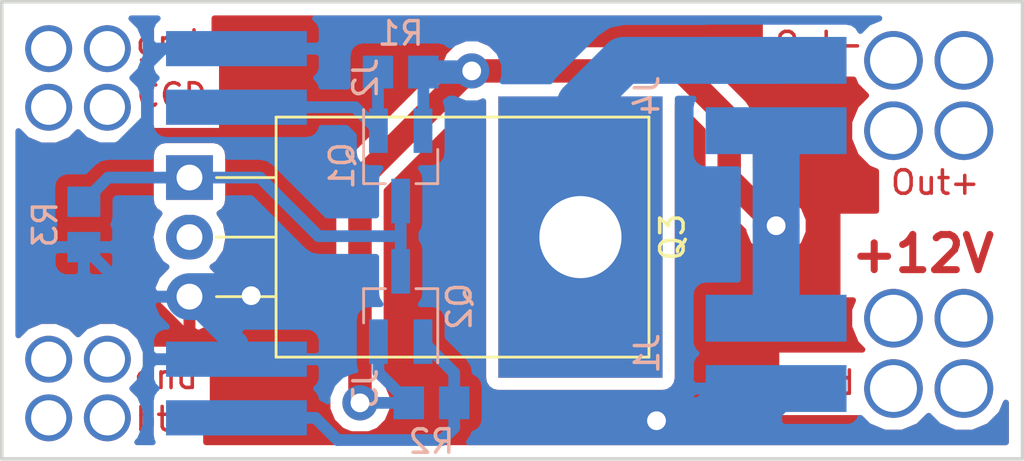
<source format=kicad_pcb>
(kicad_pcb (version 4) (host pcbnew 4.0.7)

  (general
    (links 18)
    (no_connects 1)
    (area 136.424999 108.924999 180.075001 128.936)
    (thickness 1.6)
    (drawings 12)
    (tracks 70)
    (zones 0)
    (modules 10)
    (nets 7)
  )

  (page A4)
  (layers
    (0 F.Cu signal)
    (31 B.Cu signal)
    (32 B.Adhes user)
    (33 F.Adhes user)
    (34 B.Paste user)
    (35 F.Paste user)
    (36 B.SilkS user)
    (37 F.SilkS user)
    (38 B.Mask user)
    (39 F.Mask user)
    (40 Dwgs.User user)
    (41 Cmts.User user)
    (42 Eco1.User user)
    (43 Eco2.User user)
    (44 Edge.Cuts user)
    (45 Margin user)
    (46 B.CrtYd user)
    (47 F.CrtYd user)
    (48 B.Fab user)
    (49 F.Fab user)
  )

  (setup
    (last_trace_width 2)
    (user_trace_width 0.5)
    (user_trace_width 1)
    (user_trace_width 2)
    (trace_clearance 0.3)
    (zone_clearance 0.508)
    (zone_45_only no)
    (trace_min 0.2)
    (segment_width 0.2)
    (edge_width 0.15)
    (via_size 1.5)
    (via_drill 0.8)
    (via_min_size 0.4)
    (via_min_drill 0.3)
    (user_via 1.5 0.8)
    (uvia_size 0.3)
    (uvia_drill 0.1)
    (uvias_allowed no)
    (uvia_min_size 0.2)
    (uvia_min_drill 0.1)
    (pcb_text_width 0.3)
    (pcb_text_size 1.5 1.5)
    (mod_edge_width 0.15)
    (mod_text_size 1 1)
    (mod_text_width 0.15)
    (pad_size 1.524 1.524)
    (pad_drill 0.762)
    (pad_to_mask_clearance 0.2)
    (aux_axis_origin 0 0)
    (visible_elements FFFFFF7F)
    (pcbplotparams
      (layerselection 0x00000_00000001)
      (usegerberextensions false)
      (excludeedgelayer false)
      (linewidth 0.100000)
      (plotframeref false)
      (viasonmask false)
      (mode 1)
      (useauxorigin false)
      (hpglpennumber 1)
      (hpglpenspeed 20)
      (hpglpendiameter 15)
      (hpglpenoverlay 2)
      (psnegative true)
      (psa4output false)
      (plotreference false)
      (plotvalue false)
      (plotinvisibletext false)
      (padsonsilk false)
      (subtractmaskfromsilk false)
      (outputformat 5)
      (mirror true)
      (drillshape 2)
      (scaleselection 1)
      (outputdirectory ""))
  )

  (net 0 "")
  (net 1 +12V)
  (net 2 GND)
  (net 3 "Net-(J2-Pad2)")
  (net 4 "Net-(J3-Pad2)")
  (net 5 "Net-(J4-Pad2)")
  (net 6 "Net-(Q1-Pad3)")

  (net_class Default "This is the default net class."
    (clearance 0.3)
    (trace_width 0.5)
    (via_dia 1.5)
    (via_drill 0.8)
    (uvia_dia 0.3)
    (uvia_drill 0.1)
    (add_net +12V)
    (add_net GND)
    (add_net "Net-(J2-Pad2)")
    (add_net "Net-(J3-Pad2)")
    (add_net "Net-(J4-Pad2)")
    (add_net "Net-(Q1-Pad3)")
  )

  (module modules:2PIN_Pwr (layer B.Cu) (tedit 5BEC2FBA) (tstamp 5C046E5B)
    (at 169.5 124 90)
    (path /5BEC3597)
    (fp_text reference J1 (at 0 -5.5 90) (layer B.SilkS)
      (effects (font (size 1 1) (thickness 0.15)) (justify mirror))
    )
    (fp_text value Power (at 0 -4 90) (layer B.Fab)
      (effects (font (size 1 1) (thickness 0.15)) (justify mirror))
    )
    (pad "" np_thru_hole circle (at 1.5 5 90) (size 2.5 2.5) (drill 2) (layers *.Cu *.Mask))
    (pad "" np_thru_hole circle (at 1.5 8 90) (size 2.5 2.5) (drill 2) (layers *.Cu *.Mask))
    (pad "" np_thru_hole circle (at -1.5 5 90) (size 2.5 2.5) (drill 2) (layers *.Cu *.Mask))
    (pad 2 connect rect (at 1.5 0 90) (size 2 6) (layers B.Cu B.Mask)
      (net 1 +12V))
    (pad "" np_thru_hole circle (at -1.5 8 90) (size 2.5 2.5) (drill 2) (layers *.Cu *.Mask))
    (pad 1 connect rect (at -1.5 0 90) (size 2 6) (layers B.Cu B.Mask)
      (net 2 GND))
  )

  (module modules:2PIN (layer B.Cu) (tedit 5BEBD7B9) (tstamp 5C046E65)
    (at 146.5 112.25 270)
    (path /5BEC34D5)
    (fp_text reference J2 (at 0 -5.5 270) (layer B.SilkS)
      (effects (font (size 1 1) (thickness 0.15)) (justify mirror))
    )
    (fp_text value CCD (at 0 -4 270) (layer B.Fab)
      (effects (font (size 1 1) (thickness 0.15)) (justify mirror))
    )
    (pad "" np_thru_hole circle (at 1.25 8 270) (size 2 2) (drill 1.5) (layers *.Cu *.Mask))
    (pad "" np_thru_hole circle (at 1.25 5.5 270) (size 2 2) (drill 1.5) (layers *.Cu *.Mask))
    (pad "" np_thru_hole circle (at -1.25 5.5 270) (size 2 2) (drill 1.5) (layers *.Cu *.Mask))
    (pad "" np_thru_hole circle (at -1.25 8 270) (size 2 2) (drill 1.5) (layers *.Cu *.Mask))
    (pad 2 connect rect (at 1.25 0 270) (size 1.5 6) (layers B.Cu B.Mask)
      (net 3 "Net-(J2-Pad2)"))
    (pad 1 connect rect (at -1.25 0 270) (size 1.5 6) (layers B.Cu B.Mask)
      (net 2 GND))
  )

  (module modules:2PIN (layer B.Cu) (tedit 5BEBD7B9) (tstamp 5C046E6F)
    (at 146.5 125.5 270)
    (path /5BEC351B)
    (fp_text reference J3 (at 0 -5.5 270) (layer B.SilkS)
      (effects (font (size 1 1) (thickness 0.15)) (justify mirror))
    )
    (fp_text value Button (at 0 -4 270) (layer B.Fab)
      (effects (font (size 1 1) (thickness 0.15)) (justify mirror))
    )
    (pad "" np_thru_hole circle (at 1.25 8 270) (size 2 2) (drill 1.5) (layers *.Cu *.Mask))
    (pad "" np_thru_hole circle (at 1.25 5.5 270) (size 2 2) (drill 1.5) (layers *.Cu *.Mask))
    (pad "" np_thru_hole circle (at -1.25 5.5 270) (size 2 2) (drill 1.5) (layers *.Cu *.Mask))
    (pad "" np_thru_hole circle (at -1.25 8 270) (size 2 2) (drill 1.5) (layers *.Cu *.Mask))
    (pad 2 connect rect (at 1.25 0 270) (size 1.5 6) (layers B.Cu B.Mask)
      (net 4 "Net-(J3-Pad2)"))
    (pad 1 connect rect (at -1.25 0 270) (size 1.5 6) (layers B.Cu B.Mask)
      (net 2 GND))
  )

  (module modules:2PIN_Pwr (layer B.Cu) (tedit 5BEC2FBA) (tstamp 5C046E79)
    (at 169.5 113 90)
    (path /5BEC377A)
    (fp_text reference J4 (at 0 -5.5 90) (layer B.SilkS)
      (effects (font (size 1 1) (thickness 0.15)) (justify mirror))
    )
    (fp_text value Sutter (at 0 -4 90) (layer B.Fab)
      (effects (font (size 1 1) (thickness 0.15)) (justify mirror))
    )
    (pad "" np_thru_hole circle (at 1.5 5 90) (size 2.5 2.5) (drill 2) (layers *.Cu *.Mask))
    (pad "" np_thru_hole circle (at 1.5 8 90) (size 2.5 2.5) (drill 2) (layers *.Cu *.Mask))
    (pad "" np_thru_hole circle (at -1.5 5 90) (size 2.5 2.5) (drill 2) (layers *.Cu *.Mask))
    (pad 2 connect rect (at 1.5 0 90) (size 2 6) (layers B.Cu B.Mask)
      (net 5 "Net-(J4-Pad2)"))
    (pad "" np_thru_hole circle (at -1.5 8 90) (size 2.5 2.5) (drill 2) (layers *.Cu *.Mask))
    (pad 1 connect rect (at -1.5 0 90) (size 2 6) (layers B.Cu B.Mask)
      (net 1 +12V))
  )

  (module Package_TO_SOT_SMD:SOT-23_Handsoldering (layer B.Cu) (tedit 5A0AB76C) (tstamp 5C046E8E)
    (at 153.5 116 270)
    (descr "SOT-23, Handsoldering")
    (tags SOT-23)
    (path /5BEC2C24)
    (attr smd)
    (fp_text reference Q1 (at 0 2.5 270) (layer B.SilkS)
      (effects (font (size 1 1) (thickness 0.15)) (justify mirror))
    )
    (fp_text value AO3407 (at 0 -2.5 270) (layer B.Fab)
      (effects (font (size 1 1) (thickness 0.15)) (justify mirror))
    )
    (fp_text user %R (at 0 0 540) (layer B.Fab)
      (effects (font (size 0.5 0.5) (thickness 0.075)) (justify mirror))
    )
    (fp_line (start 0.76 -1.58) (end 0.76 -0.65) (layer B.SilkS) (width 0.12))
    (fp_line (start 0.76 1.58) (end 0.76 0.65) (layer B.SilkS) (width 0.12))
    (fp_line (start -2.7 1.75) (end 2.7 1.75) (layer B.CrtYd) (width 0.05))
    (fp_line (start 2.7 1.75) (end 2.7 -1.75) (layer B.CrtYd) (width 0.05))
    (fp_line (start 2.7 -1.75) (end -2.7 -1.75) (layer B.CrtYd) (width 0.05))
    (fp_line (start -2.7 -1.75) (end -2.7 1.75) (layer B.CrtYd) (width 0.05))
    (fp_line (start 0.76 1.58) (end -2.4 1.58) (layer B.SilkS) (width 0.12))
    (fp_line (start -0.7 0.95) (end -0.7 -1.5) (layer B.Fab) (width 0.1))
    (fp_line (start -0.15 1.52) (end 0.7 1.52) (layer B.Fab) (width 0.1))
    (fp_line (start -0.7 0.95) (end -0.15 1.52) (layer B.Fab) (width 0.1))
    (fp_line (start 0.7 1.52) (end 0.7 -1.52) (layer B.Fab) (width 0.1))
    (fp_line (start -0.7 -1.52) (end 0.7 -1.52) (layer B.Fab) (width 0.1))
    (fp_line (start 0.76 -1.58) (end -0.7 -1.58) (layer B.SilkS) (width 0.12))
    (pad 1 smd rect (at -1.5 0.95 270) (size 1.9 0.8) (layers B.Cu B.Paste B.Mask)
      (net 3 "Net-(J2-Pad2)"))
    (pad 2 smd rect (at -1.5 -0.95 270) (size 1.9 0.8) (layers B.Cu B.Paste B.Mask)
      (net 1 +12V))
    (pad 3 smd rect (at 1.5 0 270) (size 1.9 0.8) (layers B.Cu B.Paste B.Mask)
      (net 6 "Net-(Q1-Pad3)"))
    (model ${KISYS3DMOD}/Package_TO_SOT_SMD.3dshapes/SOT-23.wrl
      (at (xyz 0 0 0))
      (scale (xyz 1 1 1))
      (rotate (xyz 0 0 0))
    )
  )

  (module Package_TO_SOT_SMD:SOT-23_Handsoldering (layer B.Cu) (tedit 5A0AB76C) (tstamp 5C046EA3)
    (at 153.5 122 90)
    (descr "SOT-23, Handsoldering")
    (tags SOT-23)
    (path /5BEC2DC3)
    (attr smd)
    (fp_text reference Q2 (at 0 2.5 90) (layer B.SilkS)
      (effects (font (size 1 1) (thickness 0.15)) (justify mirror))
    )
    (fp_text value AO3407 (at 0 -2.5 90) (layer B.Fab)
      (effects (font (size 1 1) (thickness 0.15)) (justify mirror))
    )
    (fp_text user %R (at 0 0 360) (layer B.Fab)
      (effects (font (size 0.5 0.5) (thickness 0.075)) (justify mirror))
    )
    (fp_line (start 0.76 -1.58) (end 0.76 -0.65) (layer B.SilkS) (width 0.12))
    (fp_line (start 0.76 1.58) (end 0.76 0.65) (layer B.SilkS) (width 0.12))
    (fp_line (start -2.7 1.75) (end 2.7 1.75) (layer B.CrtYd) (width 0.05))
    (fp_line (start 2.7 1.75) (end 2.7 -1.75) (layer B.CrtYd) (width 0.05))
    (fp_line (start 2.7 -1.75) (end -2.7 -1.75) (layer B.CrtYd) (width 0.05))
    (fp_line (start -2.7 -1.75) (end -2.7 1.75) (layer B.CrtYd) (width 0.05))
    (fp_line (start 0.76 1.58) (end -2.4 1.58) (layer B.SilkS) (width 0.12))
    (fp_line (start -0.7 0.95) (end -0.7 -1.5) (layer B.Fab) (width 0.1))
    (fp_line (start -0.15 1.52) (end 0.7 1.52) (layer B.Fab) (width 0.1))
    (fp_line (start -0.7 0.95) (end -0.15 1.52) (layer B.Fab) (width 0.1))
    (fp_line (start 0.7 1.52) (end 0.7 -1.52) (layer B.Fab) (width 0.1))
    (fp_line (start -0.7 -1.52) (end 0.7 -1.52) (layer B.Fab) (width 0.1))
    (fp_line (start 0.76 -1.58) (end -0.7 -1.58) (layer B.SilkS) (width 0.12))
    (pad 1 smd rect (at -1.5 0.95 90) (size 1.9 0.8) (layers B.Cu B.Paste B.Mask)
      (net 4 "Net-(J3-Pad2)"))
    (pad 2 smd rect (at -1.5 -0.95 90) (size 1.9 0.8) (layers B.Cu B.Paste B.Mask)
      (net 1 +12V))
    (pad 3 smd rect (at 1.5 0 90) (size 1.9 0.8) (layers B.Cu B.Paste B.Mask)
      (net 6 "Net-(Q1-Pad3)"))
    (model ${KISYS3DMOD}/Package_TO_SOT_SMD.3dshapes/SOT-23.wrl
      (at (xyz 0 0 0))
      (scale (xyz 1 1 1))
      (rotate (xyz 0 0 0))
    )
  )

  (module modules:TO-220-3_Horizontal_TabDown (layer F.Cu) (tedit 5BEBD722) (tstamp 5C046EC3)
    (at 144.5 116.5 270)
    (descr "TO-220-3, Horizontal, RM 2.54mm, see https://www.vishay.com/docs/66542/to-220-1.pdf")
    (tags "TO-220-3 Horizontal RM 2.54mm")
    (path /5BEC31A0)
    (fp_text reference Q3 (at 2.54 -20.58 270) (layer F.SilkS)
      (effects (font (size 1 1) (thickness 0.15)))
    )
    (fp_text value IRL3303 (at 2.54 2 270) (layer F.Fab)
      (effects (font (size 1 1) (thickness 0.15)))
    )
    (fp_circle (center 2.54 -16.66) (end 4.39 -16.66) (layer F.Fab) (width 0.1))
    (fp_line (start -2.46 -13.06) (end -2.46 -19.46) (layer F.Fab) (width 0.1))
    (fp_line (start -2.46 -19.46) (end 7.54 -19.46) (layer F.Fab) (width 0.1))
    (fp_line (start 7.54 -19.46) (end 7.54 -13.06) (layer F.Fab) (width 0.1))
    (fp_line (start 7.54 -13.06) (end -2.46 -13.06) (layer F.Fab) (width 0.1))
    (fp_line (start -2.46 -3.81) (end -2.46 -13.06) (layer F.Fab) (width 0.1))
    (fp_line (start -2.46 -13.06) (end 7.54 -13.06) (layer F.Fab) (width 0.1))
    (fp_line (start 7.54 -13.06) (end 7.54 -3.81) (layer F.Fab) (width 0.1))
    (fp_line (start 7.54 -3.81) (end -2.46 -3.81) (layer F.Fab) (width 0.1))
    (fp_line (start 0 -3.81) (end 0 0) (layer F.Fab) (width 0.1))
    (fp_line (start 2.54 -3.81) (end 2.54 0) (layer F.Fab) (width 0.1))
    (fp_line (start 5.08 -3.81) (end 5.08 0) (layer F.Fab) (width 0.1))
    (fp_line (start -2.58 -3.69) (end 7.66 -3.69) (layer F.SilkS) (width 0.12))
    (fp_line (start -2.58 -19.58) (end 7.66 -19.58) (layer F.SilkS) (width 0.12))
    (fp_line (start -2.58 -19.58) (end -2.58 -3.69) (layer F.SilkS) (width 0.12))
    (fp_line (start 7.66 -19.58) (end 7.66 -3.69) (layer F.SilkS) (width 0.12))
    (fp_line (start 0 -3.69) (end 0 -1.15) (layer F.SilkS) (width 0.12))
    (fp_line (start 2.54 -3.69) (end 2.54 -1.15) (layer F.SilkS) (width 0.12))
    (fp_line (start 5.08 -3.69) (end 5.08 -1.15) (layer F.SilkS) (width 0.12))
    (fp_line (start -2.71 -19.71) (end -2.71 1.25) (layer F.CrtYd) (width 0.05))
    (fp_line (start -2.71 1.25) (end 7.79 1.25) (layer F.CrtYd) (width 0.05))
    (fp_line (start 7.79 1.25) (end 7.79 -19.71) (layer F.CrtYd) (width 0.05))
    (fp_line (start 7.79 -19.71) (end -2.71 -19.71) (layer F.CrtYd) (width 0.05))
    (fp_text user %R (at 2.54 -20.58 270) (layer F.Fab)
      (effects (font (size 1 1) (thickness 0.15)))
    )
    (pad 2 thru_hole rect (at 2.54 -16.66 270) (size 12 7) (drill 3.5) (layers *.Cu *.Mask)
      (net 5 "Net-(J4-Pad2)"))
    (pad 1 thru_hole rect (at 0 0 270) (size 1.905 2) (drill 1.1) (layers *.Cu *.Mask)
      (net 6 "Net-(Q1-Pad3)"))
    (pad 2 thru_hole oval (at 2.54 0 270) (size 1.905 2) (drill 1.1) (layers *.Cu *.Mask)
      (net 5 "Net-(J4-Pad2)"))
    (pad 3 thru_hole oval (at 5.08 0 270) (size 1.905 2) (drill 1.1) (layers *.Cu *.Mask)
      (net 2 GND))
    (model ${KISYS3DMOD}/Package_TO_SOT_THT.3dshapes/TO-220-3_Horizontal_TabDown.wrl
      (at (xyz 0 0 0))
      (scale (xyz 1 1 1))
      (rotate (xyz 0 0 0))
    )
  )

  (module Resistor_SMD.pretty:R_0805_2012Metric_Pad1.29x1.40mm_HandSolder (layer B.Cu) (tedit 5AC5DB74) (tstamp 5C046ED2)
    (at 153.5 112 180)
    (descr "Resistor SMD 0805 (2012 Metric), square (rectangular) end terminal, IPC_7351 nominal with elongated pad for handsoldering. (Body size source: http://www.tortai-tech.com/upload/download/2011102023233369053.pdf), generated with kicad-footprint-generator")
    (tags "resistor handsolder")
    (path /5BEC2F43)
    (attr smd)
    (fp_text reference R1 (at 0 1.65 180) (layer B.SilkS)
      (effects (font (size 1 1) (thickness 0.15)) (justify mirror))
    )
    (fp_text value 47k (at 0 -1.65 180) (layer B.Fab)
      (effects (font (size 1 1) (thickness 0.15)) (justify mirror))
    )
    (fp_line (start -1 -0.6) (end -1 0.6) (layer B.Fab) (width 0.1))
    (fp_line (start -1 0.6) (end 1 0.6) (layer B.Fab) (width 0.1))
    (fp_line (start 1 0.6) (end 1 -0.6) (layer B.Fab) (width 0.1))
    (fp_line (start 1 -0.6) (end -1 -0.6) (layer B.Fab) (width 0.1))
    (fp_line (start -1.86 -0.95) (end -1.86 0.95) (layer B.CrtYd) (width 0.05))
    (fp_line (start -1.86 0.95) (end 1.86 0.95) (layer B.CrtYd) (width 0.05))
    (fp_line (start 1.86 0.95) (end 1.86 -0.95) (layer B.CrtYd) (width 0.05))
    (fp_line (start 1.86 -0.95) (end -1.86 -0.95) (layer B.CrtYd) (width 0.05))
    (fp_text user %R (at 0 0 180) (layer B.Fab)
      (effects (font (size 0.5 0.5) (thickness 0.08)) (justify mirror))
    )
    (pad 1 smd rect (at -0.9675 0 180) (size 1.295 1.4) (layers B.Cu B.Paste B.Mask)
      (net 1 +12V))
    (pad 2 smd rect (at 0.9675 0 180) (size 1.295 1.4) (layers B.Cu B.Paste B.Mask)
      (net 3 "Net-(J2-Pad2)"))
    (model ${KISYS3DMOD}/Resistor_SMD.3dshapes/R_0805_2012Metric.wrl
      (at (xyz 0 0 0))
      (scale (xyz 1 1 1))
      (rotate (xyz 0 0 0))
    )
  )

  (module Resistor_SMD.pretty:R_0805_2012Metric_Pad1.29x1.40mm_HandSolder (layer B.Cu) (tedit 5AC5DB74) (tstamp 5C046EE1)
    (at 154.813 126.111)
    (descr "Resistor SMD 0805 (2012 Metric), square (rectangular) end terminal, IPC_7351 nominal with elongated pad for handsoldering. (Body size source: http://www.tortai-tech.com/upload/download/2011102023233369053.pdf), generated with kicad-footprint-generator")
    (tags "resistor handsolder")
    (path /5BEC2E75)
    (attr smd)
    (fp_text reference R2 (at 0 1.65) (layer B.SilkS)
      (effects (font (size 1 1) (thickness 0.15)) (justify mirror))
    )
    (fp_text value 47k (at 0 -1.65) (layer B.Fab)
      (effects (font (size 1 1) (thickness 0.15)) (justify mirror))
    )
    (fp_line (start -1 -0.6) (end -1 0.6) (layer B.Fab) (width 0.1))
    (fp_line (start -1 0.6) (end 1 0.6) (layer B.Fab) (width 0.1))
    (fp_line (start 1 0.6) (end 1 -0.6) (layer B.Fab) (width 0.1))
    (fp_line (start 1 -0.6) (end -1 -0.6) (layer B.Fab) (width 0.1))
    (fp_line (start -1.86 -0.95) (end -1.86 0.95) (layer B.CrtYd) (width 0.05))
    (fp_line (start -1.86 0.95) (end 1.86 0.95) (layer B.CrtYd) (width 0.05))
    (fp_line (start 1.86 0.95) (end 1.86 -0.95) (layer B.CrtYd) (width 0.05))
    (fp_line (start 1.86 -0.95) (end -1.86 -0.95) (layer B.CrtYd) (width 0.05))
    (fp_text user %R (at 0 0) (layer B.Fab)
      (effects (font (size 0.5 0.5) (thickness 0.08)) (justify mirror))
    )
    (pad 1 smd rect (at -0.9675 0) (size 1.295 1.4) (layers B.Cu B.Paste B.Mask)
      (net 1 +12V))
    (pad 2 smd rect (at 0.9675 0) (size 1.295 1.4) (layers B.Cu B.Paste B.Mask)
      (net 4 "Net-(J3-Pad2)"))
    (model ${KISYS3DMOD}/Resistor_SMD.3dshapes/R_0805_2012Metric.wrl
      (at (xyz 0 0 0))
      (scale (xyz 1 1 1))
      (rotate (xyz 0 0 0))
    )
  )

  (module Resistor_SMD.pretty:R_0805_2012Metric_Pad1.29x1.40mm_HandSolder (layer B.Cu) (tedit 5AC5DB74) (tstamp 5C046EF0)
    (at 140 118.5 270)
    (descr "Resistor SMD 0805 (2012 Metric), square (rectangular) end terminal, IPC_7351 nominal with elongated pad for handsoldering. (Body size source: http://www.tortai-tech.com/upload/download/2011102023233369053.pdf), generated with kicad-footprint-generator")
    (tags "resistor handsolder")
    (path /5BEC30B7)
    (attr smd)
    (fp_text reference R3 (at 0 1.65 270) (layer B.SilkS)
      (effects (font (size 1 1) (thickness 0.15)) (justify mirror))
    )
    (fp_text value 47k (at 0 -1.65 270) (layer B.Fab)
      (effects (font (size 1 1) (thickness 0.15)) (justify mirror))
    )
    (fp_line (start -1 -0.6) (end -1 0.6) (layer B.Fab) (width 0.1))
    (fp_line (start -1 0.6) (end 1 0.6) (layer B.Fab) (width 0.1))
    (fp_line (start 1 0.6) (end 1 -0.6) (layer B.Fab) (width 0.1))
    (fp_line (start 1 -0.6) (end -1 -0.6) (layer B.Fab) (width 0.1))
    (fp_line (start -1.86 -0.95) (end -1.86 0.95) (layer B.CrtYd) (width 0.05))
    (fp_line (start -1.86 0.95) (end 1.86 0.95) (layer B.CrtYd) (width 0.05))
    (fp_line (start 1.86 0.95) (end 1.86 -0.95) (layer B.CrtYd) (width 0.05))
    (fp_line (start 1.86 -0.95) (end -1.86 -0.95) (layer B.CrtYd) (width 0.05))
    (fp_text user %R (at 0 0 270) (layer B.Fab)
      (effects (font (size 0.5 0.5) (thickness 0.08)) (justify mirror))
    )
    (pad 1 smd rect (at -0.9675 0 270) (size 1.295 1.4) (layers B.Cu B.Paste B.Mask)
      (net 6 "Net-(Q1-Pad3)"))
    (pad 2 smd rect (at 0.9675 0 270) (size 1.295 1.4) (layers B.Cu B.Paste B.Mask)
      (net 2 GND))
    (model ${KISYS3DMOD}/Resistor_SMD.3dshapes/R_0805_2012Metric.wrl
      (at (xyz 0 0 0))
      (scale (xyz 1 1 1))
      (rotate (xyz 0 0 0))
    )
  )

  (gr_text btn (at 143.383 126.8095) (layer F.Cu)
    (effects (font (size 1 1) (thickness 0.15)))
  )
  (gr_text CCD (at 143.75 113) (layer F.Cu)
    (effects (font (size 1 1) (thickness 0.15)))
  )
  (gr_text gnd (at 143.5735 110.744) (layer F.Cu)
    (effects (font (size 1 1) (thickness 0.15)))
  )
  (gr_text gnd (at 143.5 125) (layer F.Cu)
    (effects (font (size 1 1) (thickness 0.15)))
  )
  (gr_text gnd (at 171.5 125.25) (layer F.Cu)
    (effects (font (size 1 1) (thickness 0.15)))
  )
  (gr_text +12V (at 175.75 119.75) (layer F.Cu)
    (effects (font (size 1.5 1.5) (thickness 0.3)))
  )
  (gr_text Out+ (at 176.276 116.713) (layer F.Cu)
    (effects (font (size 1 1) (thickness 0.15)))
  )
  (gr_text Out- (at 171.323 110.8075) (layer F.Cu)
    (effects (font (size 1 1) (thickness 0.15)))
  )
  (gr_line (start 136.5 128.5) (end 136.5 109) (angle 90) (layer Edge.Cuts) (width 0.15))
  (gr_line (start 180 128.5) (end 136.5 128.5) (angle 90) (layer Edge.Cuts) (width 0.15))
  (gr_line (start 180 109) (end 180 128.5) (angle 90) (layer Edge.Cuts) (width 0.15))
  (gr_line (start 136.5 109) (end 180 109) (angle 90) (layer Edge.Cuts) (width 0.15))

  (segment (start 156.5275 111.9505) (end 165.4505 111.9505) (width 1) (layer F.Cu) (net 1))
  (segment (start 167.5 116.5545) (end 169.5 118.5545) (width 1) (layer F.Cu) (net 1) (tstamp 5C0471CE))
  (segment (start 167.5 114) (end 167.5 116.5545) (width 1) (layer F.Cu) (net 1) (tstamp 5C0471CD))
  (segment (start 165.4505 111.9505) (end 167.5 114) (width 1) (layer F.Cu) (net 1) (tstamp 5C0471CC))
  (segment (start 156.5275 111.9505) (end 156.4005 111.9505) (width 1) (layer F.Cu) (net 1))
  (via (at 151.765 126.111) (size 1.5) (drill 0.8) (layers F.Cu B.Cu) (net 1))
  (segment (start 151.765 126.111) (end 153.8455 126.111) (width 0.5) (layer B.Cu) (net 1))
  (segment (start 151.765 116.586) (end 151.765 126.111) (width 1) (layer F.Cu) (net 1) (tstamp 5C0471A8))
  (segment (start 156.4005 111.9505) (end 151.765 116.586) (width 1) (layer F.Cu) (net 1) (tstamp 5C0471A7))
  (segment (start 152.55 123.5) (end 152.55 124.8155) (width 0.5) (layer B.Cu) (net 1))
  (segment (start 152.55 124.8155) (end 153.8455 126.111) (width 0.5) (layer B.Cu) (net 1) (tstamp 5C047199))
  (via (at 169.5 118.5545) (size 1.5) (drill 0.8) (layers F.Cu B.Cu) (net 1))
  (segment (start 154.4675 112) (end 156.478 112) (width 1) (layer B.Cu) (net 1) (tstamp 5C047158))
  (segment (start 156.5275 111.9505) (end 156.478 112) (width 1) (layer B.Cu) (net 1) (tstamp 5C047157))
  (via (at 156.5275 111.9505) (size 1.5) (drill 0.8) (layers F.Cu B.Cu) (net 1))
  (segment (start 154.4675 112) (end 154.4675 114.4825) (width 0.5) (layer B.Cu) (net 1))
  (segment (start 154.4675 114.4825) (end 154.45 114.5) (width 0.5) (layer B.Cu) (net 1) (tstamp 5C047141))
  (segment (start 169.5 114.5) (end 169.5 118.5545) (width 2) (layer B.Cu) (net 1))
  (segment (start 169.5 118.5545) (end 169.5 122.5) (width 2) (layer B.Cu) (net 1) (tstamp 5C04714D))
  (segment (start 164.4015 126.873) (end 168.127 126.873) (width 2) (layer B.Cu) (net 2))
  (segment (start 168.127 126.873) (end 169.5 125.5) (width 2) (layer B.Cu) (net 2) (tstamp 5BED3264) (status 800000))
  (segment (start 146.685 124.206) (end 146.685 121.9835) (width 2) (layer F.Cu) (net 2))
  (segment (start 147.0885 121.58) (end 144.5 121.58) (width 2) (layer B.Cu) (net 2) (tstamp 5BED322F))
  (segment (start 147.1295 121.539) (end 147.0885 121.58) (width 2) (layer B.Cu) (net 2) (tstamp 5BED322E))
  (via (at 147.1295 121.539) (size 1.5) (drill 0.8) (layers F.Cu B.Cu) (net 2))
  (segment (start 146.685 121.9835) (end 147.1295 121.539) (width 2) (layer F.Cu) (net 2) (tstamp 5BED3217))
  (segment (start 169.5 125.5) (end 166.854 125.5) (width 0.5) (layer B.Cu) (net 2))
  (segment (start 166.854 125.5) (end 165.481 126.873) (width 0.5) (layer B.Cu) (net 2) (tstamp 5C0471BB))
  (segment (start 165.481 126.873) (end 164.4015 126.873) (width 0.5) (layer B.Cu) (net 2) (tstamp 5C0471BC))
  (via (at 164.4015 126.873) (size 1.5) (drill 0.8) (layers F.Cu B.Cu) (net 2))
  (segment (start 164.4015 126.873) (end 163.703 127.5715) (width 0.5) (layer F.Cu) (net 2) (tstamp 5C0471BE))
  (segment (start 163.703 127.5715) (end 148.6535 127.5715) (width 0.5) (layer F.Cu) (net 2) (tstamp 5C0471BF))
  (segment (start 148.6535 127.5715) (end 142.621 121.539) (width 0.5) (layer F.Cu) (net 2) (tstamp 5C0471C0))
  (segment (start 142.621 121.539) (end 142.113 121.539) (width 0.5) (layer F.Cu) (net 2) (tstamp 5C0471C2))
  (segment (start 142.113 121.539) (end 142.113 121.58) (width 0.5) (layer B.Cu) (net 2) (tstamp 5C0471C4))
  (segment (start 142.113 121.58) (end 142.1125 121.58) (width 0.5) (layer B.Cu) (net 2) (tstamp 5C0471C5))
  (segment (start 140 119.4675) (end 138.454 119.4675) (width 0.5) (layer B.Cu) (net 2))
  (segment (start 143.381 111) (end 146.5 111) (width 0.5) (layer B.Cu) (net 2) (tstamp 5C0471B8))
  (segment (start 142.6845 111.6965) (end 143.381 111) (width 0.5) (layer B.Cu) (net 2) (tstamp 5C0471B7))
  (segment (start 142.6845 114.046) (end 142.6845 111.6965) (width 0.5) (layer B.Cu) (net 2) (tstamp 5C0471B6))
  (segment (start 141.478 115.2525) (end 142.6845 114.046) (width 0.5) (layer B.Cu) (net 2) (tstamp 5C0471B5))
  (segment (start 139.573 115.2525) (end 141.478 115.2525) (width 0.5) (layer B.Cu) (net 2) (tstamp 5C0471B4))
  (segment (start 138.1125 116.713) (end 139.573 115.2525) (width 0.5) (layer B.Cu) (net 2) (tstamp 5C0471B3))
  (segment (start 138.1125 119.126) (end 138.1125 116.713) (width 0.5) (layer B.Cu) (net 2) (tstamp 5C0471B2))
  (segment (start 138.454 119.4675) (end 138.1125 119.126) (width 0.5) (layer B.Cu) (net 2) (tstamp 5C0471B1))
  (segment (start 146.5 124.25) (end 146.5 123.58) (width 1) (layer B.Cu) (net 2))
  (segment (start 146.5 123.58) (end 144.5 121.58) (width 1) (layer B.Cu) (net 2) (tstamp 5C0471AD))
  (segment (start 144.5 121.58) (end 142.1125 121.58) (width 0.5) (layer B.Cu) (net 2))
  (segment (start 142.1125 121.58) (end 140 119.4675) (width 0.5) (layer B.Cu) (net 2) (tstamp 5C04715F))
  (segment (start 146.5 113.5) (end 151.55 113.5) (width 0.5) (layer B.Cu) (net 3))
  (segment (start 151.55 113.5) (end 152.55 114.5) (width 0.5) (layer B.Cu) (net 3) (tstamp 5C047147))
  (segment (start 152.5325 112) (end 152.5325 114.4825) (width 0.5) (layer B.Cu) (net 3))
  (segment (start 152.5325 114.4825) (end 152.55 114.5) (width 0.5) (layer B.Cu) (net 3) (tstamp 5C047144))
  (segment (start 146.5 126.75) (end 149.864 126.75) (width 0.5) (layer B.Cu) (net 4))
  (segment (start 155.7805 127.1755) (end 155.7805 126.111) (width 0.5) (layer B.Cu) (net 4) (tstamp 5C0471A3))
  (segment (start 155.2575 127.6985) (end 155.7805 127.1755) (width 0.5) (layer B.Cu) (net 4) (tstamp 5C0471A2))
  (segment (start 150.8125 127.6985) (end 155.2575 127.6985) (width 0.5) (layer B.Cu) (net 4) (tstamp 5C0471A1))
  (segment (start 149.864 126.75) (end 150.8125 127.6985) (width 0.5) (layer B.Cu) (net 4) (tstamp 5C0471A0))
  (segment (start 155.7805 126.111) (end 155.7805 124.8305) (width 0.5) (layer B.Cu) (net 4))
  (segment (start 155.7805 124.8305) (end 154.45 123.5) (width 0.5) (layer B.Cu) (net 4) (tstamp 5C04719C))
  (segment (start 169.5 111.5) (end 163 111.5) (width 2) (layer B.Cu) (net 5))
  (segment (start 163 111.5) (end 161.16 113.34) (width 2) (layer B.Cu) (net 5) (tstamp 5C04712B))
  (segment (start 161.16 113.34) (end 161.16 119.04) (width 2) (layer B.Cu) (net 5) (tstamp 5C04712C))
  (segment (start 144.5 116.5) (end 141.0325 116.5) (width 0.5) (layer B.Cu) (net 6))
  (segment (start 141.0325 116.5) (end 140 117.5325) (width 0.5) (layer B.Cu) (net 6) (tstamp 5C04715C))
  (segment (start 144.5 116.5) (end 147.5 116.5) (width 0.5) (layer B.Cu) (net 6))
  (segment (start 150 119) (end 153.5 119) (width 0.5) (layer B.Cu) (net 6) (tstamp 5C047139))
  (segment (start 147.5 116.5) (end 150 119) (width 0.5) (layer B.Cu) (net 6) (tstamp 5C047138))
  (segment (start 153.5 120.5) (end 153.5 119) (width 0.5) (layer B.Cu) (net 6))
  (segment (start 153.5 119) (end 153.5 117.5) (width 0.5) (layer B.Cu) (net 6) (tstamp 5C04713D))

  (zone (net 2) (net_name GND) (layer F.Cu) (tstamp 5C0471CA) (hatch edge 0.508)
    (connect_pads (clearance 0.508))
    (min_thickness 0.254)
    (fill yes (arc_segments 16) (thermal_gap 0.508) (thermal_bridge_width 0.508))
    (polygon
      (pts
        (xy 137 109.5) (xy 179.5 109.5) (xy 179.5 128) (xy 137 128)
      )
    )
    (filled_polygon
      (pts
        (xy 168.807048 112.3175) (xy 172.798211 112.3175) (xy 172.901043 112.566372) (xy 173.334206 113.000292) (xy 172.902907 113.430839)
        (xy 172.615328 114.123405) (xy 172.614674 114.873305) (xy 172.901043 115.566372) (xy 173.430839 116.097093) (xy 173.760048 116.233793)
        (xy 173.760048 117.915) (xy 172.115001 117.915) (xy 172.115001 121.735) (xy 172.776608 121.735) (xy 172.615328 122.123405)
        (xy 172.614674 122.873305) (xy 172.901043 123.566372) (xy 173.174194 123.84) (xy 169.507857 123.84) (xy 169.507857 126.76)
        (xy 173.094334 126.76) (xy 173.430839 127.097093) (xy 174.123405 127.384672) (xy 174.873305 127.385326) (xy 175.566372 127.098957)
        (xy 176.000292 126.665794) (xy 176.430839 127.097093) (xy 177.123405 127.384672) (xy 177.873305 127.385326) (xy 178.566372 127.098957)
        (xy 179.097093 126.569161) (xy 179.29 126.10459) (xy 179.29 127.79) (xy 145.208477 127.79) (xy 145.208477 126.51)
        (xy 145.492143 126.51) (xy 145.492143 126.385285) (xy 150.37976 126.385285) (xy 150.590169 126.894515) (xy 150.979436 127.284461)
        (xy 151.488298 127.495759) (xy 152.039285 127.49624) (xy 152.548515 127.285831) (xy 152.938461 126.896564) (xy 153.149759 126.387702)
        (xy 153.15024 125.836715) (xy 152.939831 125.327485) (xy 152.9 125.287585) (xy 152.9 117.056132) (xy 156.62055 113.335582)
        (xy 156.801785 113.33574) (xy 157.01256 113.24865) (xy 157.01256 125.04) (xy 157.056838 125.275317) (xy 157.19591 125.491441)
        (xy 157.40811 125.636431) (xy 157.66 125.68744) (xy 164.66 125.68744) (xy 164.895317 125.643162) (xy 165.111441 125.50409)
        (xy 165.256431 125.29189) (xy 165.30744 125.04) (xy 165.30744 113.412572) (xy 166.365 114.470132) (xy 166.365 116.5545)
        (xy 166.451397 116.988846) (xy 166.697434 117.357066) (xy 168.114807 118.774439) (xy 168.11476 118.828785) (xy 168.325169 119.338015)
        (xy 168.714436 119.727961) (xy 169.223298 119.939259) (xy 169.774285 119.93974) (xy 170.283515 119.729331) (xy 170.673461 119.340064)
        (xy 170.884759 118.831202) (xy 170.88524 118.280215) (xy 170.674831 117.770985) (xy 170.285564 117.381039) (xy 169.776702 117.169741)
        (xy 169.720324 117.169692) (xy 168.635 116.084368) (xy 168.635 114) (xy 168.599951 113.823795) (xy 168.548604 113.565655)
        (xy 168.302566 113.197434) (xy 166.253066 111.147934) (xy 166.216356 111.123405) (xy 165.884846 110.901897) (xy 165.4505 110.8155)
        (xy 157.351458 110.8155) (xy 157.313064 110.777039) (xy 156.804202 110.565741) (xy 156.253215 110.56526) (xy 155.743985 110.775669)
        (xy 155.354039 111.164936) (xy 155.192924 111.552944) (xy 150.962434 115.783434) (xy 150.716397 116.151654) (xy 150.63 116.586)
        (xy 150.63 125.287042) (xy 150.591539 125.325436) (xy 150.380241 125.834298) (xy 150.37976 126.385285) (xy 145.492143 126.385285)
        (xy 145.492143 123.59) (xy 142.496367 123.59) (xy 142.386894 123.325057) (xy 141.927363 122.864722) (xy 141.326648 122.615284)
        (xy 140.676205 122.614716) (xy 140.075057 122.863106) (xy 139.749836 123.187759) (xy 139.427363 122.864722) (xy 138.826648 122.615284)
        (xy 138.176205 122.614716) (xy 137.575057 122.863106) (xy 137.21 123.227525) (xy 137.21 121.95298) (xy 142.909437 121.95298)
        (xy 143.124027 122.446924) (xy 143.556909 122.889318) (xy 144.126136 123.13238) (xy 144.373 123.005572) (xy 144.373 121.707)
        (xy 144.627 121.707) (xy 144.627 123.005572) (xy 144.873864 123.13238) (xy 145.443091 122.889318) (xy 145.875973 122.446924)
        (xy 146.090563 121.95298) (xy 145.970594 121.707) (xy 144.627 121.707) (xy 144.373 121.707) (xy 143.029406 121.707)
        (xy 142.909437 121.95298) (xy 137.21 121.95298) (xy 137.21 119.04) (xy 142.832968 119.04) (xy 142.953809 119.64751)
        (xy 143.297936 120.162532) (xy 143.518516 120.309919) (xy 143.124027 120.713076) (xy 142.909437 121.20702) (xy 143.029406 121.453)
        (xy 144.373 121.453) (xy 144.373 121.433) (xy 144.627 121.433) (xy 144.627 121.453) (xy 145.970594 121.453)
        (xy 146.090563 121.20702) (xy 145.875973 120.713076) (xy 145.481484 120.309919) (xy 145.702064 120.162532) (xy 146.046191 119.64751)
        (xy 146.167032 119.04) (xy 146.046191 118.43249) (xy 145.776637 118.029074) (xy 145.951441 117.91659) (xy 146.096431 117.70439)
        (xy 146.14744 117.4525) (xy 146.14744 115.5475) (xy 146.103162 115.312183) (xy 145.96409 115.096059) (xy 145.75189 114.951069)
        (xy 145.5 114.90006) (xy 143.5 114.90006) (xy 143.264683 114.944338) (xy 143.048559 115.08341) (xy 142.903569 115.29561)
        (xy 142.85256 115.5475) (xy 142.85256 117.4525) (xy 142.896838 117.687817) (xy 143.03591 117.903941) (xy 143.222011 118.031098)
        (xy 142.953809 118.43249) (xy 142.832968 119.04) (xy 137.21 119.04) (xy 137.21 114.522007) (xy 137.572637 114.885278)
        (xy 138.173352 115.134716) (xy 138.823795 115.135284) (xy 139.424943 114.886894) (xy 139.750164 114.562241) (xy 140.072637 114.885278)
        (xy 140.673352 115.134716) (xy 141.323795 115.135284) (xy 141.924943 114.886894) (xy 142.302496 114.51) (xy 145.885 114.51)
        (xy 145.885 111.59) (xy 145.565643 111.59) (xy 145.565643 109.71) (xy 168.807048 109.71)
      )
    )
  )
  (zone (net 2) (net_name GND) (layer B.Cu) (tstamp 5C0471CA) (hatch edge 0.508)
    (connect_pads (clearance 0.508))
    (min_thickness 0.254)
    (fill yes (arc_segments 16) (thermal_gap 0.508) (thermal_bridge_width 0.508))
    (polygon
      (pts
        (xy 137 109.5) (xy 179.5 109.5) (xy 179.5 128) (xy 137 128)
      )
    )
    (filled_polygon
      (pts
        (xy 156.250798 113.335259) (xy 156.801785 113.33574) (xy 157.01256 113.24865) (xy 157.01256 125.04) (xy 157.056838 125.275317)
        (xy 157.19591 125.491441) (xy 157.40811 125.636431) (xy 157.66 125.68744) (xy 164.66 125.68744) (xy 164.895317 125.643162)
        (xy 165.111441 125.50409) (xy 165.256431 125.29189) (xy 165.30744 125.04) (xy 165.30744 113.135) (xy 165.980854 113.135)
        (xy 165.903569 113.24811) (xy 165.85256 113.5) (xy 165.85256 115.5) (xy 165.896838 115.735317) (xy 166.03591 115.951441)
        (xy 166.24811 116.096431) (xy 166.5 116.14744) (xy 167.865 116.14744) (xy 167.865 120.85256) (xy 166.5 120.85256)
        (xy 166.264683 120.896838) (xy 166.048559 121.03591) (xy 165.903569 121.24811) (xy 165.85256 121.5) (xy 165.85256 123.5)
        (xy 165.896838 123.735317) (xy 166.03591 123.951441) (xy 166.104006 123.997969) (xy 165.961673 124.140302) (xy 165.865 124.373691)
        (xy 165.865 125.21425) (xy 166.02375 125.373) (xy 169.373 125.373) (xy 169.373 125.353) (xy 169.627 125.353)
        (xy 169.627 125.373) (xy 169.647 125.373) (xy 169.647 125.627) (xy 169.627 125.627) (xy 169.627 126.97625)
        (xy 169.78575 127.135) (xy 172.62631 127.135) (xy 172.859699 127.038327) (xy 173.038327 126.859698) (xy 173.083937 126.749585)
        (xy 173.430839 127.097093) (xy 174.123405 127.384672) (xy 174.873305 127.385326) (xy 175.566372 127.098957) (xy 176.000292 126.665794)
        (xy 176.430839 127.097093) (xy 177.123405 127.384672) (xy 177.873305 127.385326) (xy 178.566372 127.098957) (xy 179.097093 126.569161)
        (xy 179.29 126.10459) (xy 179.29 127.79) (xy 156.413834 127.79) (xy 156.598133 127.514175) (xy 156.616266 127.423015)
        (xy 156.663317 127.414162) (xy 156.879441 127.27509) (xy 157.024431 127.06289) (xy 157.07544 126.811) (xy 157.07544 125.78575)
        (xy 165.865 125.78575) (xy 165.865 126.626309) (xy 165.961673 126.859698) (xy 166.140301 127.038327) (xy 166.37369 127.135)
        (xy 169.21425 127.135) (xy 169.373 126.97625) (xy 169.373 125.627) (xy 166.02375 125.627) (xy 165.865 125.78575)
        (xy 157.07544 125.78575) (xy 157.07544 125.411) (xy 157.031162 125.175683) (xy 156.89209 124.959559) (xy 156.67989 124.814569)
        (xy 156.661595 124.810864) (xy 156.598133 124.491825) (xy 156.588111 124.476826) (xy 156.40629 124.20471) (xy 156.406287 124.204708)
        (xy 155.49744 123.29586) (xy 155.49744 122.55) (xy 155.453162 122.314683) (xy 155.31409 122.098559) (xy 155.10189 121.953569)
        (xy 154.85 121.90256) (xy 154.359319 121.90256) (xy 154.496431 121.70189) (xy 154.54744 121.45) (xy 154.54744 119.55)
        (xy 154.503162 119.314683) (xy 154.385 119.131054) (xy 154.385 118.864975) (xy 154.496431 118.70189) (xy 154.54744 118.45)
        (xy 154.54744 116.55) (xy 154.503162 116.314683) (xy 154.36409 116.098559) (xy 154.362452 116.09744) (xy 154.85 116.09744)
        (xy 155.085317 116.053162) (xy 155.301441 115.91409) (xy 155.446431 115.70189) (xy 155.49744 115.45) (xy 155.49744 113.55)
        (xy 155.453162 113.314683) (xy 155.417804 113.259735) (xy 155.566441 113.16409) (xy 155.586317 113.135) (xy 155.768521 113.135)
      )
    )
    (filled_polygon
      (pts
        (xy 143.140301 109.711673) (xy 142.961673 109.890302) (xy 142.865 110.123691) (xy 142.865 110.71425) (xy 143.02375 110.873)
        (xy 146.373 110.873) (xy 146.373 110.853) (xy 146.627 110.853) (xy 146.627 110.873) (xy 149.97625 110.873)
        (xy 150.135 110.71425) (xy 150.135 110.123691) (xy 150.038327 109.890302) (xy 149.859699 109.711673) (xy 149.85566 109.71)
        (xy 173.895988 109.71) (xy 173.433628 109.901043) (xy 173.089939 110.244133) (xy 172.96409 110.048559) (xy 172.75189 109.903569)
        (xy 172.5 109.85256) (xy 166.5 109.85256) (xy 166.433887 109.865) (xy 163.000005 109.865) (xy 163 109.864999)
        (xy 162.374312 109.989457) (xy 161.84388 110.34388) (xy 160.00388 112.18388) (xy 159.864445 112.39256) (xy 157.843596 112.39256)
        (xy 157.912259 112.227202) (xy 157.91274 111.676215) (xy 157.702331 111.166985) (xy 157.313064 110.777039) (xy 156.804202 110.565741)
        (xy 156.253215 110.56526) (xy 155.743985 110.775669) (xy 155.654498 110.865) (xy 155.589669 110.865) (xy 155.57909 110.848559)
        (xy 155.36689 110.703569) (xy 155.115 110.65256) (xy 153.82 110.65256) (xy 153.584683 110.696838) (xy 153.500922 110.750737)
        (xy 153.43189 110.703569) (xy 153.18 110.65256) (xy 151.885 110.65256) (xy 151.649683 110.696838) (xy 151.433559 110.83591)
        (xy 151.288569 111.04811) (xy 151.23756 111.3) (xy 151.23756 112.615) (xy 150.122038 112.615) (xy 150.103162 112.514683)
        (xy 149.96409 112.298559) (xy 149.895994 112.252031) (xy 150.038327 112.109698) (xy 150.135 111.876309) (xy 150.135 111.28575)
        (xy 149.97625 111.127) (xy 146.627 111.127) (xy 146.627 111.147) (xy 146.373 111.147) (xy 146.373 111.127)
        (xy 143.02375 111.127) (xy 142.865 111.28575) (xy 142.865 111.876309) (xy 142.961673 112.109698) (xy 143.10291 112.250936)
        (xy 143.048559 112.28591) (xy 142.903569 112.49811) (xy 142.85256 112.75) (xy 142.85256 114.25) (xy 142.896838 114.485317)
        (xy 143.03591 114.701441) (xy 143.24811 114.846431) (xy 143.5 114.89744) (xy 149.5 114.89744) (xy 149.735317 114.853162)
        (xy 149.951441 114.71409) (xy 150.096431 114.50189) (xy 150.120102 114.385) (xy 151.18342 114.385) (xy 151.50256 114.704139)
        (xy 151.50256 115.45) (xy 151.546838 115.685317) (xy 151.68591 115.901441) (xy 151.89811 116.046431) (xy 152.15 116.09744)
        (xy 152.640681 116.09744) (xy 152.503569 116.29811) (xy 152.45256 116.55) (xy 152.45256 118.115) (xy 150.366579 118.115)
        (xy 148.12579 115.87421) (xy 147.838675 115.682367) (xy 147.782484 115.67119) (xy 147.5 115.614999) (xy 147.499995 115.615)
        (xy 146.14744 115.615) (xy 146.14744 115.5475) (xy 146.103162 115.312183) (xy 145.96409 115.096059) (xy 145.75189 114.951069)
        (xy 145.5 114.90006) (xy 143.5 114.90006) (xy 143.264683 114.944338) (xy 143.048559 115.08341) (xy 142.903569 115.29561)
        (xy 142.85256 115.5475) (xy 142.85256 115.615) (xy 141.032505 115.615) (xy 141.0325 115.614999) (xy 140.693826 115.682366)
        (xy 140.614579 115.735317) (xy 140.40671 115.87421) (xy 140.406708 115.874213) (xy 140.043361 116.23756) (xy 139.3 116.23756)
        (xy 139.064683 116.281838) (xy 138.848559 116.42091) (xy 138.703569 116.63311) (xy 138.65256 116.885) (xy 138.65256 118.18)
        (xy 138.696838 118.415317) (xy 138.747619 118.494232) (xy 138.665 118.693691) (xy 138.665 119.18175) (xy 138.82375 119.3405)
        (xy 139.873 119.3405) (xy 139.873 119.3205) (xy 140.127 119.3205) (xy 140.127 119.3405) (xy 141.17625 119.3405)
        (xy 141.335 119.18175) (xy 141.335 118.693691) (xy 141.25293 118.495556) (xy 141.296431 118.43189) (xy 141.34744 118.18)
        (xy 141.34744 117.436639) (xy 141.399079 117.385) (xy 142.85256 117.385) (xy 142.85256 117.4525) (xy 142.896838 117.687817)
        (xy 143.03591 117.903941) (xy 143.222011 118.031098) (xy 142.953809 118.43249) (xy 142.832968 119.04) (xy 142.953809 119.64751)
        (xy 143.297936 120.162532) (xy 143.518516 120.309919) (xy 143.124027 120.713076) (xy 142.909437 121.20702) (xy 143.029406 121.453)
        (xy 144.373 121.453) (xy 144.373 121.433) (xy 144.627 121.433) (xy 144.627 121.453) (xy 145.970594 121.453)
        (xy 146.090563 121.20702) (xy 145.875973 120.713076) (xy 145.481484 120.309919) (xy 145.702064 120.162532) (xy 146.046191 119.64751)
        (xy 146.167032 119.04) (xy 146.046191 118.43249) (xy 145.776637 118.029074) (xy 145.951441 117.91659) (xy 146.096431 117.70439)
        (xy 146.14744 117.4525) (xy 146.14744 117.385) (xy 147.13342 117.385) (xy 149.374208 119.625787) (xy 149.37421 119.62579)
        (xy 149.661325 119.817633) (xy 149.717516 119.82881) (xy 150 119.885001) (xy 150.000005 119.885) (xy 152.45256 119.885)
        (xy 152.45256 121.45) (xy 152.496838 121.685317) (xy 152.63591 121.901441) (xy 152.637548 121.90256) (xy 152.15 121.90256)
        (xy 151.914683 121.946838) (xy 151.698559 122.08591) (xy 151.553569 122.29811) (xy 151.50256 122.55) (xy 151.50256 124.45)
        (xy 151.546838 124.685317) (xy 151.572909 124.725832) (xy 151.490715 124.72576) (xy 150.981485 124.936169) (xy 150.591539 125.325436)
        (xy 150.380241 125.834298) (xy 150.380052 126.050886) (xy 150.202675 125.932367) (xy 150.146484 125.92119) (xy 150.132071 125.918323)
        (xy 150.103162 125.764683) (xy 149.96409 125.548559) (xy 149.895994 125.502031) (xy 150.038327 125.359698) (xy 150.135 125.126309)
        (xy 150.135 124.53575) (xy 149.97625 124.377) (xy 146.627 124.377) (xy 146.627 124.397) (xy 146.373 124.397)
        (xy 146.373 124.377) (xy 143.02375 124.377) (xy 142.865 124.53575) (xy 142.865 125.126309) (xy 142.961673 125.359698)
        (xy 143.10291 125.500936) (xy 143.048559 125.53591) (xy 142.903569 125.74811) (xy 142.85256 126) (xy 142.85256 127.5)
        (xy 142.896838 127.735317) (xy 142.932026 127.79) (xy 142.272444 127.79) (xy 142.385278 127.677363) (xy 142.634716 127.076648)
        (xy 142.635284 126.426205) (xy 142.386894 125.825057) (xy 142.062241 125.499836) (xy 142.385278 125.177363) (xy 142.634716 124.576648)
        (xy 142.635284 123.926205) (xy 142.40699 123.373691) (xy 142.865 123.373691) (xy 142.865 123.96425) (xy 143.02375 124.123)
        (xy 146.373 124.123) (xy 146.373 123.02375) (xy 146.627 123.02375) (xy 146.627 124.123) (xy 149.97625 124.123)
        (xy 150.135 123.96425) (xy 150.135 123.373691) (xy 150.038327 123.140302) (xy 149.859699 122.961673) (xy 149.62631 122.865)
        (xy 146.78575 122.865) (xy 146.627 123.02375) (xy 146.373 123.02375) (xy 146.21425 122.865) (xy 145.466886 122.865)
        (xy 145.875973 122.446924) (xy 146.090563 121.95298) (xy 145.970594 121.707) (xy 144.627 121.707) (xy 144.627 121.727)
        (xy 144.373 121.727) (xy 144.373 121.707) (xy 143.029406 121.707) (xy 142.909437 121.95298) (xy 143.124027 122.446924)
        (xy 143.533114 122.865) (xy 143.37369 122.865) (xy 143.140301 122.961673) (xy 142.961673 123.140302) (xy 142.865 123.373691)
        (xy 142.40699 123.373691) (xy 142.386894 123.325057) (xy 141.927363 122.864722) (xy 141.326648 122.615284) (xy 140.676205 122.614716)
        (xy 140.075057 122.863106) (xy 139.749836 123.187759) (xy 139.427363 122.864722) (xy 138.826648 122.615284) (xy 138.176205 122.614716)
        (xy 137.575057 122.863106) (xy 137.21 123.227525) (xy 137.21 119.75325) (xy 138.665 119.75325) (xy 138.665 120.241309)
        (xy 138.761673 120.474698) (xy 138.940301 120.653327) (xy 139.17369 120.75) (xy 139.71425 120.75) (xy 139.873 120.59125)
        (xy 139.873 119.5945) (xy 140.127 119.5945) (xy 140.127 120.59125) (xy 140.28575 120.75) (xy 140.82631 120.75)
        (xy 141.059699 120.653327) (xy 141.238327 120.474698) (xy 141.335 120.241309) (xy 141.335 119.75325) (xy 141.17625 119.5945)
        (xy 140.127 119.5945) (xy 139.873 119.5945) (xy 138.82375 119.5945) (xy 138.665 119.75325) (xy 137.21 119.75325)
        (xy 137.21 114.522007) (xy 137.572637 114.885278) (xy 138.173352 115.134716) (xy 138.823795 115.135284) (xy 139.424943 114.886894)
        (xy 139.750164 114.562241) (xy 140.072637 114.885278) (xy 140.673352 115.134716) (xy 141.323795 115.135284) (xy 141.924943 114.886894)
        (xy 142.385278 114.427363) (xy 142.634716 113.826648) (xy 142.635284 113.176205) (xy 142.386894 112.575057) (xy 142.062241 112.249836)
        (xy 142.385278 111.927363) (xy 142.634716 111.326648) (xy 142.635284 110.676205) (xy 142.386894 110.075057) (xy 142.022475 109.71)
        (xy 143.14434 109.71)
      )
    )
  )
)

</source>
